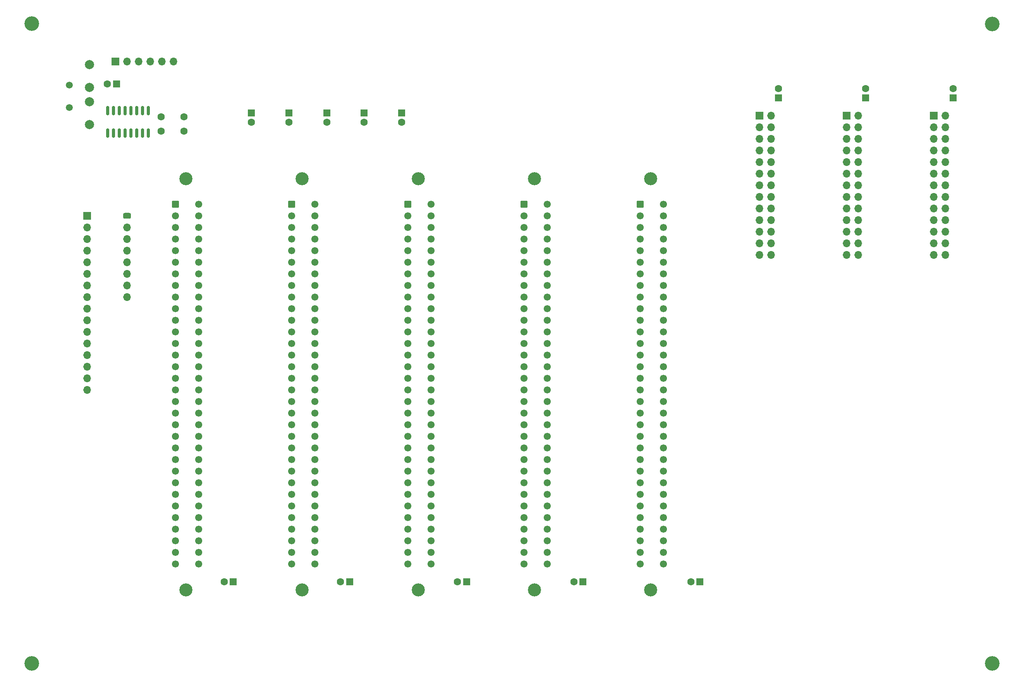
<source format=gbr>
%TF.GenerationSoftware,KiCad,Pcbnew,(6.0.7)*%
%TF.CreationDate,2023-04-20T18:01:57-06:00*%
%TF.ProjectId,backplane,6261636b-706c-4616-9e65-2e6b69636164,rev?*%
%TF.SameCoordinates,Original*%
%TF.FileFunction,Soldermask,Top*%
%TF.FilePolarity,Negative*%
%FSLAX46Y46*%
G04 Gerber Fmt 4.6, Leading zero omitted, Abs format (unit mm)*
G04 Created by KiCad (PCBNEW (6.0.7)) date 2023-04-20 18:01:57*
%MOMM*%
%LPD*%
G01*
G04 APERTURE LIST*
G04 Aperture macros list*
%AMRoundRect*
0 Rectangle with rounded corners*
0 $1 Rounding radius*
0 $2 $3 $4 $5 $6 $7 $8 $9 X,Y pos of 4 corners*
0 Add a 4 corners polygon primitive as box body*
4,1,4,$2,$3,$4,$5,$6,$7,$8,$9,$2,$3,0*
0 Add four circle primitives for the rounded corners*
1,1,$1+$1,$2,$3*
1,1,$1+$1,$4,$5*
1,1,$1+$1,$6,$7*
1,1,$1+$1,$8,$9*
0 Add four rect primitives between the rounded corners*
20,1,$1+$1,$2,$3,$4,$5,0*
20,1,$1+$1,$4,$5,$6,$7,0*
20,1,$1+$1,$6,$7,$8,$9,0*
20,1,$1+$1,$8,$9,$2,$3,0*%
G04 Aperture macros list end*
%ADD10C,3.200000*%
%ADD11R,1.600000X1.600000*%
%ADD12C,1.600000*%
%ADD13C,2.850000*%
%ADD14RoundRect,0.249999X-0.525001X-0.525001X0.525001X-0.525001X0.525001X0.525001X-0.525001X0.525001X0*%
%ADD15C,1.550000*%
%ADD16RoundRect,0.150000X-0.150000X0.825000X-0.150000X-0.825000X0.150000X-0.825000X0.150000X0.825000X0*%
%ADD17C,1.500000*%
%ADD18R,1.700000X1.700000*%
%ADD19O,1.700000X1.700000*%
%ADD20C,2.000000*%
%ADD21RoundRect,0.317500X-0.532500X-0.317500X0.532500X-0.317500X0.532500X0.317500X-0.532500X0.317500X0*%
G04 APERTURE END LIST*
D10*
%TO.C,REF\u002A\u002A*%
X514925000Y-237825000D03*
%TD*%
D11*
%TO.C,C15*%
X451000000Y-220000000D03*
D12*
X449000000Y-220000000D03*
%TD*%
D11*
%TO.C,C13*%
X400000000Y-220000000D03*
D12*
X398000000Y-220000000D03*
%TD*%
%TO.C,C3*%
X333232500Y-118194000D03*
X338232500Y-118194000D03*
%TD*%
D10*
%TO.C,REF\u002A\u002A*%
X514900000Y-97875000D03*
%TD*%
D13*
%TO.C,J2*%
X338611000Y-221741000D03*
X338611000Y-131741000D03*
D14*
X336371000Y-137371000D03*
D15*
X336371000Y-139911000D03*
X336371000Y-142451000D03*
X336371000Y-144991000D03*
X336371000Y-147531000D03*
X336371000Y-150071000D03*
X336371000Y-152611000D03*
X336371000Y-155151000D03*
X336371000Y-157691000D03*
X336371000Y-160231000D03*
X336371000Y-162771000D03*
X336371000Y-165311000D03*
X336371000Y-167851000D03*
X336371000Y-170391000D03*
X336371000Y-172931000D03*
X336371000Y-175471000D03*
X336371000Y-178011000D03*
X336371000Y-180551000D03*
X336371000Y-183091000D03*
X336371000Y-185631000D03*
X336371000Y-188171000D03*
X336371000Y-190711000D03*
X336371000Y-193251000D03*
X336371000Y-195791000D03*
X336371000Y-198331000D03*
X336371000Y-200871000D03*
X336371000Y-203411000D03*
X336371000Y-205951000D03*
X336371000Y-208491000D03*
X336371000Y-211031000D03*
X336371000Y-213571000D03*
X336371000Y-216111000D03*
X341451000Y-216111000D03*
X341451000Y-213571000D03*
X341451000Y-211031000D03*
X341451000Y-208491000D03*
X341451000Y-205951000D03*
X341451000Y-203411000D03*
X341451000Y-200871000D03*
X341451000Y-198331000D03*
X341451000Y-195791000D03*
X341451000Y-193251000D03*
X341451000Y-190711000D03*
X341451000Y-188171000D03*
X341451000Y-185631000D03*
X341451000Y-183091000D03*
X341451000Y-180551000D03*
X341451000Y-178011000D03*
X341451000Y-175471000D03*
X341451000Y-172931000D03*
X341451000Y-170391000D03*
X341451000Y-167851000D03*
X341451000Y-165311000D03*
X341451000Y-162771000D03*
X341451000Y-160231000D03*
X341451000Y-157691000D03*
X341451000Y-155151000D03*
X341451000Y-152611000D03*
X341451000Y-150071000D03*
X341451000Y-147531000D03*
X341451000Y-144991000D03*
X341451000Y-142451000D03*
X341451000Y-139911000D03*
X341451000Y-137371000D03*
%TD*%
D11*
%TO.C,C17*%
X468140259Y-114081469D03*
D12*
X468140259Y-112081469D03*
%TD*%
D11*
%TO.C,C16*%
X506349846Y-114070129D03*
D12*
X506349846Y-112070129D03*
%TD*%
D11*
%TO.C,C11*%
X349000000Y-220000000D03*
D12*
X347000000Y-220000000D03*
%TD*%
D13*
%TO.C,J4*%
X389420000Y-221741000D03*
X389420000Y-131741000D03*
D14*
X387180000Y-137371000D03*
D15*
X387180000Y-139911000D03*
X387180000Y-142451000D03*
X387180000Y-144991000D03*
X387180000Y-147531000D03*
X387180000Y-150071000D03*
X387180000Y-152611000D03*
X387180000Y-155151000D03*
X387180000Y-157691000D03*
X387180000Y-160231000D03*
X387180000Y-162771000D03*
X387180000Y-165311000D03*
X387180000Y-167851000D03*
X387180000Y-170391000D03*
X387180000Y-172931000D03*
X387180000Y-175471000D03*
X387180000Y-178011000D03*
X387180000Y-180551000D03*
X387180000Y-183091000D03*
X387180000Y-185631000D03*
X387180000Y-188171000D03*
X387180000Y-190711000D03*
X387180000Y-193251000D03*
X387180000Y-195791000D03*
X387180000Y-198331000D03*
X387180000Y-200871000D03*
X387180000Y-203411000D03*
X387180000Y-205951000D03*
X387180000Y-208491000D03*
X387180000Y-211031000D03*
X387180000Y-213571000D03*
X387180000Y-216111000D03*
X392260000Y-216111000D03*
X392260000Y-213571000D03*
X392260000Y-211031000D03*
X392260000Y-208491000D03*
X392260000Y-205951000D03*
X392260000Y-203411000D03*
X392260000Y-200871000D03*
X392260000Y-198331000D03*
X392260000Y-195791000D03*
X392260000Y-193251000D03*
X392260000Y-190711000D03*
X392260000Y-188171000D03*
X392260000Y-185631000D03*
X392260000Y-183091000D03*
X392260000Y-180551000D03*
X392260000Y-178011000D03*
X392260000Y-175471000D03*
X392260000Y-172931000D03*
X392260000Y-170391000D03*
X392260000Y-167851000D03*
X392260000Y-165311000D03*
X392260000Y-162771000D03*
X392260000Y-160231000D03*
X392260000Y-157691000D03*
X392260000Y-155151000D03*
X392260000Y-152611000D03*
X392260000Y-150071000D03*
X392260000Y-147531000D03*
X392260000Y-144991000D03*
X392260000Y-142451000D03*
X392260000Y-139911000D03*
X392260000Y-137371000D03*
%TD*%
D16*
%TO.C,U1*%
X330398500Y-116862000D03*
X329128500Y-116862000D03*
X327858500Y-116862000D03*
X326588500Y-116862000D03*
X325318500Y-116862000D03*
X324048500Y-116862000D03*
X322778500Y-116862000D03*
X321508500Y-116862000D03*
X321508500Y-121812000D03*
X322778500Y-121812000D03*
X324048500Y-121812000D03*
X325318500Y-121812000D03*
X326588500Y-121812000D03*
X327858500Y-121812000D03*
X329128500Y-121812000D03*
X330398500Y-121812000D03*
%TD*%
D17*
%TO.C,Y1*%
X313126500Y-116199000D03*
X313126500Y-111299000D03*
%TD*%
D11*
%TO.C,C12*%
X374455113Y-220000000D03*
D12*
X372455113Y-220000000D03*
%TD*%
D13*
%TO.C,J3*%
X364020000Y-131741000D03*
X364020000Y-221741000D03*
D14*
X361780000Y-137371000D03*
D15*
X361780000Y-139911000D03*
X361780000Y-142451000D03*
X361780000Y-144991000D03*
X361780000Y-147531000D03*
X361780000Y-150071000D03*
X361780000Y-152611000D03*
X361780000Y-155151000D03*
X361780000Y-157691000D03*
X361780000Y-160231000D03*
X361780000Y-162771000D03*
X361780000Y-165311000D03*
X361780000Y-167851000D03*
X361780000Y-170391000D03*
X361780000Y-172931000D03*
X361780000Y-175471000D03*
X361780000Y-178011000D03*
X361780000Y-180551000D03*
X361780000Y-183091000D03*
X361780000Y-185631000D03*
X361780000Y-188171000D03*
X361780000Y-190711000D03*
X361780000Y-193251000D03*
X361780000Y-195791000D03*
X361780000Y-198331000D03*
X361780000Y-200871000D03*
X361780000Y-203411000D03*
X361780000Y-205951000D03*
X361780000Y-208491000D03*
X361780000Y-211031000D03*
X361780000Y-213571000D03*
X361780000Y-216111000D03*
X366860000Y-216111000D03*
X366860000Y-213571000D03*
X366860000Y-211031000D03*
X366860000Y-208491000D03*
X366860000Y-205951000D03*
X366860000Y-203411000D03*
X366860000Y-200871000D03*
X366860000Y-198331000D03*
X366860000Y-195791000D03*
X366860000Y-193251000D03*
X366860000Y-190711000D03*
X366860000Y-188171000D03*
X366860000Y-185631000D03*
X366860000Y-183091000D03*
X366860000Y-180551000D03*
X366860000Y-178011000D03*
X366860000Y-175471000D03*
X366860000Y-172931000D03*
X366860000Y-170391000D03*
X366860000Y-167851000D03*
X366860000Y-165311000D03*
X366860000Y-162771000D03*
X366860000Y-160231000D03*
X366860000Y-157691000D03*
X366860000Y-155151000D03*
X366860000Y-152611000D03*
X366860000Y-150071000D03*
X366860000Y-147531000D03*
X366860000Y-144991000D03*
X366860000Y-142451000D03*
X366860000Y-139911000D03*
X366860000Y-137371000D03*
%TD*%
D11*
%TO.C,C9*%
X377571000Y-117408888D03*
D12*
X377571000Y-119408888D03*
%TD*%
D10*
%TO.C,REF\u002A\u002A*%
X304925000Y-97850000D03*
%TD*%
D18*
%TO.C,J8*%
X483052500Y-117940000D03*
D19*
X483052500Y-120480000D03*
X483052500Y-123020000D03*
X483052500Y-125560000D03*
X483052500Y-128100000D03*
X483052500Y-130640000D03*
X483052500Y-133180000D03*
X483052500Y-135720000D03*
X483052500Y-138260000D03*
X483052500Y-140800000D03*
X483052500Y-143340000D03*
X483052500Y-145880000D03*
X483052500Y-148420000D03*
X485592500Y-148420000D03*
X485592500Y-145880000D03*
X485592500Y-143340000D03*
X485592500Y-140800000D03*
X485592500Y-138260000D03*
X485592500Y-135720000D03*
X485592500Y-133180000D03*
X485592500Y-130640000D03*
X485592500Y-128100000D03*
X485592500Y-125560000D03*
X485592500Y-123020000D03*
X485592500Y-120480000D03*
X485592500Y-117940000D03*
%TD*%
D18*
%TO.C,J7*%
X464002500Y-117940000D03*
D19*
X464002500Y-120480000D03*
X464002500Y-123020000D03*
X464002500Y-125560000D03*
X464002500Y-128100000D03*
X464002500Y-130640000D03*
X464002500Y-133180000D03*
X464002500Y-135720000D03*
X464002500Y-138260000D03*
X464002500Y-140800000D03*
X464002500Y-143340000D03*
X464002500Y-145880000D03*
X464002500Y-148420000D03*
X466542500Y-148420000D03*
X466542500Y-145880000D03*
X466542500Y-143340000D03*
X466542500Y-140800000D03*
X466542500Y-138260000D03*
X466542500Y-135720000D03*
X466542500Y-133180000D03*
X466542500Y-130640000D03*
X466542500Y-128100000D03*
X466542500Y-125560000D03*
X466542500Y-123020000D03*
X466542500Y-120480000D03*
X466542500Y-117940000D03*
%TD*%
D20*
%TO.C,C1*%
X317571500Y-111804000D03*
X317571500Y-106804000D03*
%TD*%
D10*
%TO.C,REF\u002A\u002A*%
X304925000Y-237850000D03*
%TD*%
D11*
%TO.C,C7*%
X361188000Y-117408888D03*
D12*
X361188000Y-119408888D03*
%TD*%
D11*
%TO.C,C5*%
X323455113Y-111000000D03*
D12*
X321455113Y-111000000D03*
%TD*%
D18*
%TO.C,J9*%
X502102500Y-117940000D03*
D19*
X502102500Y-120480000D03*
X502102500Y-123020000D03*
X502102500Y-125560000D03*
X502102500Y-128100000D03*
X502102500Y-130640000D03*
X502102500Y-133180000D03*
X502102500Y-135720000D03*
X502102500Y-138260000D03*
X502102500Y-140800000D03*
X502102500Y-143340000D03*
X502102500Y-145880000D03*
X502102500Y-148420000D03*
X504642500Y-148420000D03*
X504642500Y-145880000D03*
X504642500Y-143340000D03*
X504642500Y-140800000D03*
X504642500Y-138260000D03*
X504642500Y-135720000D03*
X504642500Y-133180000D03*
X504642500Y-130640000D03*
X504642500Y-128100000D03*
X504642500Y-125560000D03*
X504642500Y-123020000D03*
X504642500Y-120480000D03*
X504642500Y-117940000D03*
%TD*%
D11*
%TO.C,C10*%
X385826000Y-117408888D03*
D12*
X385826000Y-119408888D03*
%TD*%
D13*
%TO.C,J6*%
X440220000Y-221741000D03*
X440220000Y-131741000D03*
D14*
X437980000Y-137371000D03*
D15*
X437980000Y-139911000D03*
X437980000Y-142451000D03*
X437980000Y-144991000D03*
X437980000Y-147531000D03*
X437980000Y-150071000D03*
X437980000Y-152611000D03*
X437980000Y-155151000D03*
X437980000Y-157691000D03*
X437980000Y-160231000D03*
X437980000Y-162771000D03*
X437980000Y-165311000D03*
X437980000Y-167851000D03*
X437980000Y-170391000D03*
X437980000Y-172931000D03*
X437980000Y-175471000D03*
X437980000Y-178011000D03*
X437980000Y-180551000D03*
X437980000Y-183091000D03*
X437980000Y-185631000D03*
X437980000Y-188171000D03*
X437980000Y-190711000D03*
X437980000Y-193251000D03*
X437980000Y-195791000D03*
X437980000Y-198331000D03*
X437980000Y-200871000D03*
X437980000Y-203411000D03*
X437980000Y-205951000D03*
X437980000Y-208491000D03*
X437980000Y-211031000D03*
X437980000Y-213571000D03*
X437980000Y-216111000D03*
X443060000Y-216111000D03*
X443060000Y-213571000D03*
X443060000Y-211031000D03*
X443060000Y-208491000D03*
X443060000Y-205951000D03*
X443060000Y-203411000D03*
X443060000Y-200871000D03*
X443060000Y-198331000D03*
X443060000Y-195791000D03*
X443060000Y-193251000D03*
X443060000Y-190711000D03*
X443060000Y-188171000D03*
X443060000Y-185631000D03*
X443060000Y-183091000D03*
X443060000Y-180551000D03*
X443060000Y-178011000D03*
X443060000Y-175471000D03*
X443060000Y-172931000D03*
X443060000Y-170391000D03*
X443060000Y-167851000D03*
X443060000Y-165311000D03*
X443060000Y-162771000D03*
X443060000Y-160231000D03*
X443060000Y-157691000D03*
X443060000Y-155151000D03*
X443060000Y-152611000D03*
X443060000Y-150071000D03*
X443060000Y-147531000D03*
X443060000Y-144991000D03*
X443060000Y-142451000D03*
X443060000Y-139911000D03*
X443060000Y-137371000D03*
%TD*%
D18*
%TO.C,J10*%
X317012000Y-139911000D03*
D19*
X317012000Y-142451000D03*
X317012000Y-144991000D03*
X317012000Y-147531000D03*
X317012000Y-150071000D03*
X317012000Y-152611000D03*
X317012000Y-155151000D03*
X317012000Y-157691000D03*
X317012000Y-160231000D03*
X317012000Y-162771000D03*
X317012000Y-165311000D03*
X317012000Y-167851000D03*
X317012000Y-170391000D03*
X317012000Y-172931000D03*
X317012000Y-175471000D03*
X317012000Y-178011000D03*
%TD*%
D11*
%TO.C,C14*%
X425434301Y-220000000D03*
D12*
X423434301Y-220000000D03*
%TD*%
D13*
%TO.C,J5*%
X414820000Y-131741000D03*
X414820000Y-221741000D03*
D14*
X412580000Y-137371000D03*
D15*
X412580000Y-139911000D03*
X412580000Y-142451000D03*
X412580000Y-144991000D03*
X412580000Y-147531000D03*
X412580000Y-150071000D03*
X412580000Y-152611000D03*
X412580000Y-155151000D03*
X412580000Y-157691000D03*
X412580000Y-160231000D03*
X412580000Y-162771000D03*
X412580000Y-165311000D03*
X412580000Y-167851000D03*
X412580000Y-170391000D03*
X412580000Y-172931000D03*
X412580000Y-175471000D03*
X412580000Y-178011000D03*
X412580000Y-180551000D03*
X412580000Y-183091000D03*
X412580000Y-185631000D03*
X412580000Y-188171000D03*
X412580000Y-190711000D03*
X412580000Y-193251000D03*
X412580000Y-195791000D03*
X412580000Y-198331000D03*
X412580000Y-200871000D03*
X412580000Y-203411000D03*
X412580000Y-205951000D03*
X412580000Y-208491000D03*
X412580000Y-211031000D03*
X412580000Y-213571000D03*
X412580000Y-216111000D03*
X417660000Y-216111000D03*
X417660000Y-213571000D03*
X417660000Y-211031000D03*
X417660000Y-208491000D03*
X417660000Y-205951000D03*
X417660000Y-203411000D03*
X417660000Y-200871000D03*
X417660000Y-198331000D03*
X417660000Y-195791000D03*
X417660000Y-193251000D03*
X417660000Y-190711000D03*
X417660000Y-188171000D03*
X417660000Y-185631000D03*
X417660000Y-183091000D03*
X417660000Y-180551000D03*
X417660000Y-178011000D03*
X417660000Y-175471000D03*
X417660000Y-172931000D03*
X417660000Y-170391000D03*
X417660000Y-167851000D03*
X417660000Y-165311000D03*
X417660000Y-162771000D03*
X417660000Y-160231000D03*
X417660000Y-157691000D03*
X417660000Y-155151000D03*
X417660000Y-152611000D03*
X417660000Y-150071000D03*
X417660000Y-147531000D03*
X417660000Y-144991000D03*
X417660000Y-142451000D03*
X417660000Y-139911000D03*
X417660000Y-137371000D03*
%TD*%
D12*
%TO.C,C4*%
X338232500Y-121369000D03*
X333232500Y-121369000D03*
%TD*%
D11*
%TO.C,C8*%
X369443000Y-117408888D03*
D12*
X369443000Y-119408888D03*
%TD*%
D10*
%TO.C,*%
X304925000Y-237850000D03*
%TD*%
D20*
%TO.C,C2*%
X317571500Y-114932000D03*
X317571500Y-119932000D03*
%TD*%
D11*
%TO.C,C18*%
X487191258Y-114081469D03*
D12*
X487191258Y-112081469D03*
%TD*%
D21*
%TO.C,J11*%
X325775000Y-139911000D03*
D19*
X325775000Y-142451000D03*
X325775000Y-144991000D03*
X325775000Y-147531000D03*
X325775000Y-150071000D03*
X325775000Y-152611000D03*
X325775000Y-155151000D03*
X325775000Y-157691000D03*
%TD*%
D11*
%TO.C,C6*%
X352933000Y-117408888D03*
D12*
X352933000Y-119408888D03*
%TD*%
D18*
%TO.C,J1*%
X323184500Y-106104000D03*
D19*
X325724500Y-106104000D03*
X328264500Y-106104000D03*
X330804500Y-106104000D03*
X333344500Y-106104000D03*
X335884500Y-106104000D03*
%TD*%
M02*

</source>
